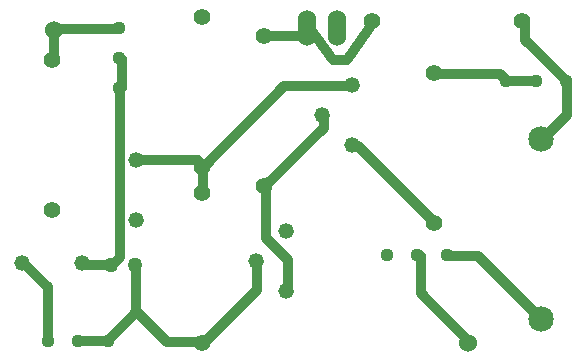
<source format=gbr>
G04 #@! TF.FileFunction,Copper,L1,Top,Signal*
%FSLAX46Y46*%
G04 Gerber Fmt 4.6, Leading zero omitted, Abs format (unit mm)*
G04 Created by KiCad (PCBNEW 4.0.7) date 03/11/18 13:24:30*
%MOMM*%
%LPD*%
G01*
G04 APERTURE LIST*
%ADD10C,0.100000*%
%ADD11C,1.320800*%
%ADD12C,1.270000*%
%ADD13C,2.159000*%
%ADD14C,1.524000*%
%ADD15C,1.422400*%
%ADD16C,1.117600*%
%ADD17O,1.524000X3.048000*%
%ADD18C,0.812800*%
%ADD19C,0.152400*%
G04 APERTURE END LIST*
D10*
D11*
X125171100Y-111824850D03*
X130251100Y-111824850D03*
X134854850Y-103093600D03*
X134854850Y-108173600D03*
D12*
X134759600Y-111983600D03*
X132727600Y-111983600D03*
D13*
X169144850Y-116587350D03*
X169144850Y-101347350D03*
D14*
X127869850Y-92139850D03*
X162953600Y-118651100D03*
D11*
X147554850Y-109126100D03*
X145014850Y-111666100D03*
X147554850Y-114206100D03*
X153111100Y-96743600D03*
X150571100Y-99283600D03*
X153111100Y-101823600D03*
D15*
X127711100Y-107379850D03*
X127711100Y-94679850D03*
D16*
X161207350Y-111189850D03*
X158667350Y-111189850D03*
X156127350Y-111189850D03*
D15*
X145649850Y-105316100D03*
X145649850Y-92616100D03*
X154857350Y-91346100D03*
X167557350Y-91346100D03*
X160096100Y-108491100D03*
X160096100Y-95791100D03*
X140411100Y-118651100D03*
X140411100Y-105951100D03*
D16*
X133426100Y-91981100D03*
X133426100Y-94521100D03*
X133426100Y-97061100D03*
X127373600Y-118444850D03*
X129913600Y-118444850D03*
X132453600Y-118444850D03*
X171208600Y-96426100D03*
X168668600Y-96426100D03*
X166128600Y-96426100D03*
D15*
X140411100Y-91028600D03*
X140411100Y-103728600D03*
D17*
X149301100Y-91981100D03*
X151841100Y-91981100D03*
D18*
X148748650Y-92616100D02*
X145853050Y-92616100D01*
X149358250Y-92006500D02*
X148748650Y-92616100D01*
D19*
X145853050Y-92616100D02*
X145649850Y-92616100D01*
X149358250Y-92006500D02*
X149301100Y-91981100D01*
X155060550Y-91244500D02*
X154997050Y-91244500D01*
D18*
X152723750Y-94622700D02*
X155060550Y-91244500D01*
X151504550Y-94622700D02*
X152723750Y-94622700D01*
X149510650Y-91854100D02*
X151504550Y-94622700D01*
D19*
X154997050Y-91244500D02*
X154857350Y-91346100D01*
X149510650Y-91854100D02*
X149301100Y-91981100D01*
X125431450Y-111970900D02*
X125171100Y-111824850D01*
D18*
X127373600Y-118444850D02*
X127373600Y-113913050D01*
X127373600Y-113913050D02*
X125431450Y-111970900D01*
X133661050Y-94597300D02*
X133661050Y-97035700D01*
D19*
X133661050Y-97035700D02*
X133426100Y-97061100D01*
X133661050Y-94597300D02*
X133426100Y-94521100D01*
D18*
X132746650Y-111970900D02*
X130460650Y-111970900D01*
D19*
X130460650Y-111970900D02*
X130251100Y-111824850D01*
X132746650Y-111970900D02*
X132727600Y-111983600D01*
D18*
X133508650Y-111361300D02*
X133508650Y-97188100D01*
X132899050Y-111970900D02*
X133508650Y-111361300D01*
D19*
X133508650Y-97188100D02*
X133426100Y-97061100D01*
X132899050Y-111970900D02*
X132727600Y-111983600D01*
D18*
X145091050Y-114104500D02*
X145091050Y-111666100D01*
X140671450Y-118524100D02*
X145091050Y-114104500D01*
D19*
X145091050Y-111666100D02*
X145014850Y-111666100D01*
X140671450Y-118524100D02*
X140411100Y-118651100D01*
D18*
X134880250Y-115933300D02*
X134880250Y-112123300D01*
D19*
X134880250Y-112123300D02*
X134759600Y-111983600D01*
D18*
X137471050Y-118524100D02*
X140519050Y-118524100D01*
X134880250Y-115933300D02*
X137471050Y-118524100D01*
D19*
X140519050Y-118524100D02*
X140411100Y-118651100D01*
D18*
X129913600Y-118444850D02*
X132453600Y-118444850D01*
X132453600Y-118444850D02*
X134880250Y-116018200D01*
X134880250Y-116018200D02*
X134880250Y-115933300D01*
X140061850Y-103131700D02*
X134727850Y-103131700D01*
D19*
X140519050Y-103588900D02*
X140061850Y-103131700D01*
X134727850Y-103131700D02*
X134854850Y-103093600D01*
X140519050Y-103588900D02*
X140411100Y-103728600D01*
D18*
X147377050Y-96883300D02*
X153168250Y-96883300D01*
X140671450Y-103588900D02*
X147377050Y-96883300D01*
D19*
X153168250Y-96883300D02*
X153111100Y-96743600D01*
X140671450Y-103588900D02*
X140411100Y-103728600D01*
D18*
X140519050Y-103741300D02*
X140519050Y-105874900D01*
D19*
X140519050Y-105874900D02*
X140411100Y-105951100D01*
X140519050Y-103741300D02*
X140411100Y-103728600D01*
D18*
X163836250Y-111208900D02*
X161397850Y-111208900D01*
X169170250Y-116542900D02*
X163836250Y-111208900D01*
D19*
X161397850Y-111208900D02*
X161207350Y-111189850D01*
X169170250Y-116542900D02*
X169144850Y-116587350D01*
D18*
X171303850Y-99321700D02*
X171303850Y-96426100D01*
X169322650Y-101302900D02*
X171303850Y-99321700D01*
D19*
X171303850Y-96426100D02*
X171208600Y-96426100D01*
X169322650Y-101302900D02*
X169144850Y-101347350D01*
D18*
X167798650Y-92920900D02*
X167798650Y-91396900D01*
X171303850Y-96426100D02*
X167798650Y-92920900D01*
D19*
X167798650Y-91396900D02*
X167557350Y-91346100D01*
X171303850Y-96426100D02*
X171208600Y-96426100D01*
D18*
X128174650Y-92006500D02*
X133508650Y-92006500D01*
D19*
X133508650Y-92006500D02*
X133426100Y-91981100D01*
X128174650Y-92006500D02*
X127869850Y-92139850D01*
D18*
X127869850Y-92311300D02*
X127869850Y-94597300D01*
D19*
X128022250Y-92158900D02*
X127869850Y-92311300D01*
X127869850Y-94597300D02*
X127711100Y-94679850D01*
X128022250Y-92158900D02*
X127869850Y-92139850D01*
D18*
X158959450Y-114409300D02*
X158959450Y-111208900D01*
X163074250Y-118524100D02*
X158959450Y-114409300D01*
D19*
X158959450Y-111208900D02*
X158667350Y-111189850D01*
X163074250Y-118524100D02*
X162953600Y-118651100D01*
D18*
X147681850Y-111558150D02*
X147681850Y-114104500D01*
X145853050Y-109729350D02*
X147681850Y-111558150D01*
X145853050Y-105417700D02*
X145853050Y-109729350D01*
D19*
X147681850Y-114104500D02*
X147554850Y-114206100D01*
X145853050Y-105417700D02*
X145649850Y-105316100D01*
D18*
X150729850Y-100388500D02*
X150729850Y-99321700D01*
X145853050Y-105265300D02*
X150729850Y-100388500D01*
D19*
X150729850Y-99321700D02*
X150571100Y-99283600D01*
X145853050Y-105265300D02*
X145649850Y-105316100D01*
X153625450Y-101912500D02*
X153320650Y-101912500D01*
D18*
X160178650Y-108465700D02*
X153625450Y-101912500D01*
D19*
X153320650Y-101912500D02*
X153111100Y-101823600D01*
X160178650Y-108465700D02*
X160096100Y-108491100D01*
D18*
X168713050Y-96426100D02*
X166427050Y-96426100D01*
D19*
X166427050Y-96426100D02*
X166128600Y-96426100D01*
X168713050Y-96426100D02*
X168668600Y-96426100D01*
D18*
X165665050Y-95816500D02*
X160331050Y-95816500D01*
X166274650Y-96426100D02*
X165665050Y-95816500D01*
D19*
X160331050Y-95816500D02*
X160096100Y-95791100D01*
X166274650Y-96426100D02*
X166128600Y-96426100D01*
M02*

</source>
